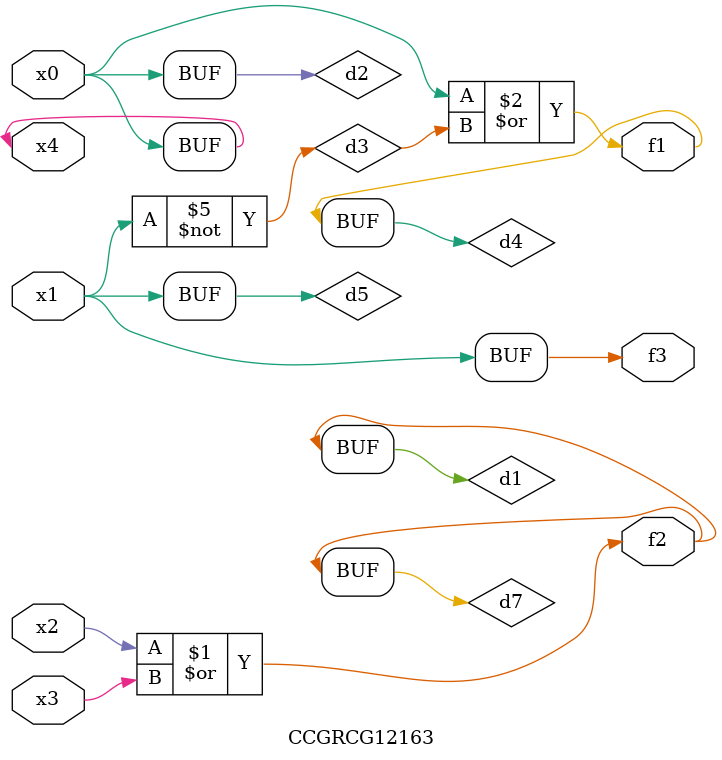
<source format=v>
module CCGRCG12163(
	input x0, x1, x2, x3, x4,
	output f1, f2, f3
);

	wire d1, d2, d3, d4, d5, d6, d7;

	or (d1, x2, x3);
	buf (d2, x0, x4);
	not (d3, x1);
	or (d4, d2, d3);
	not (d5, d3);
	nand (d6, d1, d3);
	or (d7, d1);
	assign f1 = d4;
	assign f2 = d7;
	assign f3 = d5;
endmodule

</source>
